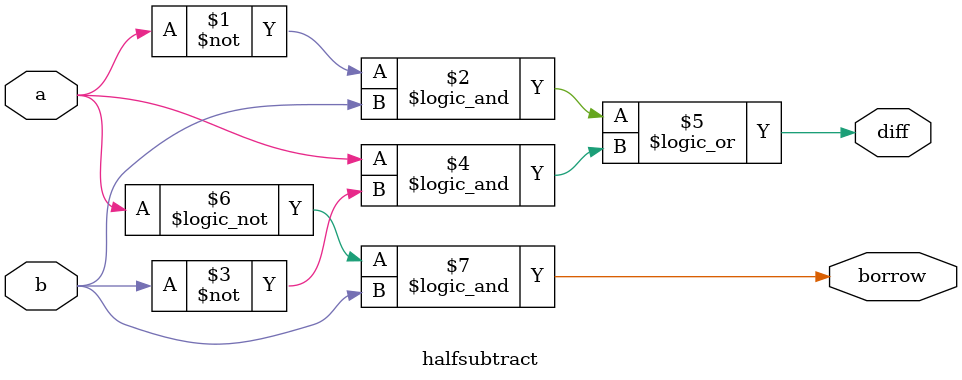
<source format=v>
module halfsubtract(diff, borrow, a, b);

    input a, b;
    output diff, borrow;

    assign diff = (~a && b) || (a && ~b);
    assign borrow = !a && b;

endmodule
</source>
